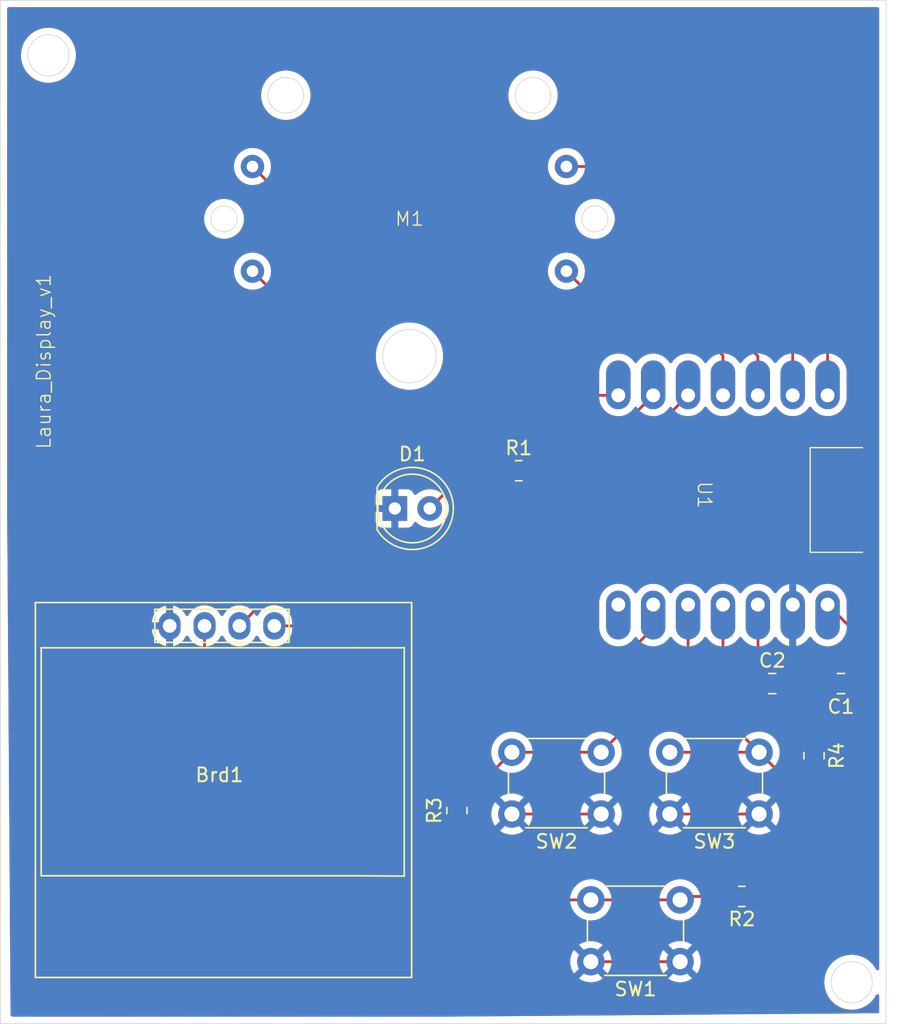
<source format=kicad_pcb>
(kicad_pcb (version 20240108) (generator "pcbnew") (generator_version "8.0")
  (layers (0 "F.Cu" signal) (31 "B.Cu" signal) (34 "B.Paste" user) (35 "F.Paste" user) (36 "B.SilkS" user "B.Silkscreen") (37 "F.SilkS" user "F.Silkscreen") (38 "B.Mask" user) (39 "F.Mask" user) (44 "Edge.Cuts" user))
  (net 0 "")
  (net 1 "/SSD_SCL")
  (net 2 "Net-(U1-GPIO43_TX_D6)")
  (net 3 "GND")
  (net 4 "/SSD_SDA")
  (net 5 "/BT1")
  (net 6 "Net-(D1-A)")
  (net 7 "/SM_2")
  (net 8 "/SM_4")
  (net 9 "/SM_1")
  (net 10 "/SM_3")
  (net 12 "/Reset")
  (net 13 "/plus")
  (net 14 "/minus")
  (net 15 "/3.3V")
  (footprint "LED_THT:LED_D5.0mm" (layer "F.Cu") (at 101.975 86)
    (property "Reference" "D1" (at 1.27 -3.96 0) (layer "F.SilkS"))
    (property "Value" "LED")
    (fp_line (start -1.29 -1.545) (end -1.29 1.545) (stroke (width 0.12)) (layer "F.SilkS"))
    (fp_arc (start -1.29 -1.54483) (mid 2.071756 -2.880501) (end 4.26 -0.000048) (stroke (width 0.12)) (layer "F.SilkS"))
    (fp_arc (start 4.26 0.000048) (mid 2.071756 2.880501) (end -1.29 1.54483) (stroke (width 0.12)) (layer "F.SilkS"))
    (fp_circle (center 1.27 0) (end 3.77 0) (stroke (width 0.12)) (fill none) (layer "F.SilkS"))
    (pad "1" thru_hole rect (at 0 0) (size 1.8 1.8) (drill 0.9) (layers "*.Cu" "*.Mask") (net 3 "GND"))
    (pad "2" thru_hole circle (at 2.54 0) (size 1.8 1.8) (drill 0.9) (layers "*.Cu" "*.Mask") (net 6 "Net-(D1-A)"))
  )
  (footprint "Resistor_SMD:R_0805_2012Metric_Pad1.20x1.40mm_HandSolder" (layer "F.Cu") (at 132.5 104 -90)
    (property "Reference" "R4" (at 0 -1.65 90) (layer "F.SilkS"))
    (property "Value" "R")
    (fp_line (start -0.227064 0.735) (end 0.227064 0.735) (stroke (width 0.12)) (layer "F.SilkS"))
    (fp_line (start -0.227064 -0.735) (end 0.227064 -0.735) (stroke (width 0.12)) (layer "F.SilkS"))
    (pad "1" smd roundrect (at -1 0 270) (size 1.2 1.4) (layers "F.Cu" "F.Paste" "F.Mask") (roundrect_rratio 0.208333) (net 15 "/3.3V"))
    (pad "2" smd roundrect (at 1 0 270) (size 1.2 1.4) (layers "F.Cu" "F.Paste" "F.Mask") (roundrect_rratio 0.208333) (net 14 "/minus"))
  )
  (footprint "Stepper Motor:x27_stepper_two_holes" (layer "F.Cu") (at 100.5 54.75 180)
    (property "Reference" "M1" (at -2.54 -10.16 0) (layer "F.SilkS") (effects (font (thickness 0.1))))
    (property "Value" "Stepper_Motor_bipolar")
    (fp_circle (center 10.96 -10.16) (end 11.91 -10.16) (stroke (width 0.05)) (fill none) (layer "Edge.Cuts"))
    (fp_circle (center 6.46 -1.16) (end 7.76 -1.16) (stroke (width 0.05)) (fill none) (layer "Edge.Cuts"))
    (fp_circle (center -2.54 -20.16) (end -0.59 -20.16) (stroke (width 0.05)) (fill none) (layer "Edge.Cuts"))
    (fp_circle (center -11.54 -1.16) (end -10.24 -1.16) (stroke (width 0.05)) (fill none) (layer "Edge.Cuts"))
    (fp_circle (center -16.04 -10.16) (end -15.09 -10.16) (stroke (width 0.05)) (fill none) (layer "Edge.Cuts"))
    (pad "1" thru_hole circle (at 8.89 -13.97 180) (size 1.7 1.7) (drill 0.85) (layers "*.Cu" "*.Mask") (net 9 "/SM_1"))
    (pad "2" thru_hole circle (at 8.89 -6.35 180) (size 1.7 1.7) (drill 0.85) (layers "*.Cu" "*.Mask") (net 7 "/SM_2"))
    (pad "3" thru_hole circle (at -13.97 -13.97 180) (size 1.7 1.7) (drill 0.85) (layers "*.Cu" "*.Mask") (net 10 "/SM_3"))
    (pad "4" thru_hole circle (at -13.97 -6.35 180) (size 1.7 1.7) (drill 0.85) (layers "*.Cu" "*.Mask") (net 8 "/SM_4"))
  )
  (footprint "Resistor_SMD:R_0805_2012Metric_Pad1.20x1.40mm_HandSolder" (layer "F.Cu") (at 127.25 114.25 180)
    (property "Reference" "R2" (at 0 -1.65 0) (layer "F.SilkS"))
    (property "Value" "R")
    (fp_line (start -0.227064 0.735) (end 0.227064 0.735) (stroke (width 0.12)) (layer "F.SilkS"))
    (fp_line (start -0.227064 -0.735) (end 0.227064 -0.735) (stroke (width 0.12)) (layer "F.SilkS"))
    (pad "1" smd roundrect (at -1 0 180) (size 1.2 1.4) (layers "F.Cu" "F.Paste" "F.Mask") (roundrect_rratio 0.208333) (net 15 "/3.3V"))
    (pad "2" smd roundrect (at 1 0 180) (size 1.2 1.4) (layers "F.Cu" "F.Paste" "F.Mask") (roundrect_rratio 0.208333) (net 12 "/Reset"))
  )
  (footprint "Button_Switch_THT:SW_PUSH_6mm" (layer "F.Cu") (at 117 108.25 180)
    (property "Reference" "SW2" (at 3.25 -2 0) (layer "F.SilkS"))
    (property "Value" "SW_Push")
    (fp_line (start 6.75 3) (end 6.75 1.5) (stroke (width 0.12)) (layer "F.SilkS"))
    (fp_line (start 5.5 -1) (end 1 -1) (stroke (width 0.12)) (layer "F.SilkS"))
    (fp_line (start 1 5.5) (end 5.5 5.5) (stroke (width 0.12)) (layer "F.SilkS"))
    (fp_line (start -0.25 1.5) (end -0.25 3) (stroke (width 0.12)) (layer "F.SilkS"))
    (pad "1" thru_hole circle (at 0 0 270) (size 2 2) (drill 1.1) (layers "*.Cu" "*.Mask") (net 3 "GND"))
    (pad "1" thru_hole circle (at 6.5 0 270) (size 2 2) (drill 1.1) (layers "*.Cu" "*.Mask") (net 3 "GND"))
    (pad "2" thru_hole circle (at 0 4.5 270) (size 2 2) (drill 1.1) (layers "*.Cu" "*.Mask") (net 13 "/plus"))
    (pad "2" thru_hole circle (at 6.5 4.5 270) (size 2 2) (drill 1.1) (layers "*.Cu" "*.Mask") (net 13 "/plus"))
  )
  (footprint "Resistor_SMD:R_0805_2012Metric_Pad1.20x1.40mm_HandSolder" (layer "F.Cu") (at 111 83.25)
    (property "Reference" "R1" (at 0 -1.65 0) (layer "F.SilkS"))
    (property "Value" "R")
    (fp_line (start -0.227064 -0.735) (end 0.227064 -0.735) (stroke (width 0.12)) (layer "F.SilkS"))
    (fp_line (start -0.227064 0.735) (end 0.227064 0.735) (stroke (width 0.12)) (layer "F.SilkS"))
    (pad "1" smd roundrect (at -1 0) (size 1.2 1.4) (layers "F.Cu" "F.Paste" "F.Mask") (roundrect_rratio 0.208333) (net 6 "Net-(D1-A)"))
    (pad "2" smd roundrect (at 1 0) (size 1.2 1.4) (layers "F.Cu" "F.Paste" "F.Mask") (roundrect_rratio 0.208333) (net 2 "Net-(U1-GPIO43_TX_D6)"))
  )
  (footprint "SSD1306:128x64OLED" (layer "F.Cu") (at 89.2 105.15)
    (property "Reference" "Brd1" (at 0 0.254 0) (layer "F.SilkS"))
    (property "Value" "SSD1306")
    (fp_line (start -13.4 -12.3) (end 14 -12.3) (stroke (width 0.12)) (layer "F.SilkS"))
    (fp_line (start -13.4 15) (end -13.4 -12.3) (stroke (width 0.12)) (layer "F.SilkS"))
    (fp_line (start -12.978 -9.005) (end 10.122 -9.005) (stroke (width 0.12)) (layer "F.SilkS"))
    (fp_line (start -12.978 7.595) (end -12.978 -9.005) (stroke (width 0.12)) (layer "F.SilkS"))
    (fp_line (start -4.699 -11.811) (end -4.699 -9.398) (stroke (width 0.12)) (layer "F.SilkS"))
    (fp_line (start -4.699 -11.811) (end 5.08 -11.811) (stroke (width 0.12)) (layer "F.SilkS"))
    (fp_line (start 5.08 -11.811) (end 5.08 -9.398) (stroke (width 0.12)) (layer "F.SilkS"))
    (fp_line (start 5.08 -9.398) (end -4.699 -9.398) (stroke (width 0.12)) (layer "F.SilkS"))
    (fp_line (start 10.122 -9.005) (end 13.208 -9.005) (stroke (width 0.12)) (layer "F.SilkS"))
    (fp_line (start 10.122 7.595) (end -12.978 7.595) (stroke (width 0.12)) (layer "F.SilkS"))
    (fp_line (start 10.122 7.595) (end 13.462 7.62) (stroke (width 0.12)) (layer "F.SilkS"))
    (fp_line (start 13.462 -9.017) (end 13.208 -9.005) (stroke (width 0.12)) (layer "F.SilkS"))
    (fp_line (start 13.462 7.62) (end 13.462 -9.017) (stroke (width 0.12)) (layer "F.SilkS"))
    (fp_line (start 14 -12.3) (end 14 15) (stroke (width 0.12)) (layer "F.SilkS"))
    (fp_line (start 14 15) (end -13.4 15) (stroke (width 0.12)) (layer "F.SilkS"))
    (pad "1" thru_hole oval (at -3.62 -10.6 90) (size 2 1.6) (drill 1) (layers "*.Cu" "*.Mask") (net 3 "GND"))
    (pad "2" thru_hole oval (at -1.08 -10.6 90) (size 2 1.6) (drill 1) (layers "*.Cu" "*.Mask") (net 15 "/3.3V"))
    (pad "3" thru_hole oval (at 1.46 -10.6 90) (size 2 1.6) (drill 1) (layers "*.Cu" "*.Mask") (net 1 "/SSD_SCL"))
    (pad "4" thru_hole oval (at 4 -10.6 90) (size 2 1.6) (drill 1) (layers "*.Cu" "*.Mask") (net 4 "/SSD_SDA"))
  )
  (footprint "Resistor_SMD:R_0805_2012Metric_Pad1.20x1.40mm_HandSolder" (layer "F.Cu") (at 106.5 108 90)
    (property "Reference" "R3" (at 0 -1.65 90) (layer "F.SilkS"))
    (property "Value" "R")
    (fp_line (start -0.227064 -0.735) (end 0.227064 -0.735) (stroke (width 0.12)) (layer "F.SilkS"))
    (fp_line (start -0.227064 0.735) (end 0.227064 0.735) (stroke (width 0.12)) (layer "F.SilkS"))
    (pad "1" smd roundrect (at -1 0 90) (size 1.2 1.4) (layers "F.Cu" "F.Paste" "F.Mask") (roundrect_rratio 0.208333) (net 15 "/3.3V"))
    (pad "2" smd roundrect (at 1 0 90) (size 1.2 1.4) (layers "F.Cu" "F.Paste" "F.Mask") (roundrect_rratio 0.208333) (net 13 "/plus"))
  )
  (footprint "Button_Switch_THT:SW_PUSH_6mm" (layer "F.Cu") (at 122.75 119 180)
    (property "Reference" "SW1" (at 3.25 -2 0) (layer "F.SilkS"))
    (property "Value" "SW_Push")
    (fp_line (start 6.75 3) (end 6.75 1.5) (stroke (width 0.12)) (layer "F.SilkS"))
    (fp_line (start 5.5 -1) (end 1 -1) (stroke (width 0.12)) (layer "F.SilkS"))
    (fp_line (start 1 5.5) (end 5.5 5.5) (stroke (width 0.12)) (layer "F.SilkS"))
    (fp_line (start -0.25 1.5) (end -0.25 3) (stroke (width 0.12)) (layer "F.SilkS"))
    (pad "1" thru_hole circle (at 0 0 270) (size 2 2) (drill 1.1) (layers "*.Cu" "*.Mask") (net 3 "GND"))
    (pad "1" thru_hole circle (at 6.5 0 270) (size 2 2) (drill 1.1) (layers "*.Cu" "*.Mask") (net 3 "GND"))
    (pad "2" thru_hole circle (at 0 4.5 270) (size 2 2) (drill 1.1) (layers "*.Cu" "*.Mask") (net 12 "/Reset"))
    (pad "2" thru_hole circle (at 6.5 4.5 270) (size 2 2) (drill 1.1) (layers "*.Cu" "*.Mask") (net 12 "/Reset"))
  )
  (footprint "ESP32c3:XIAO_ESP32_SENSE" (layer "F.Cu") (at 125.87 85.38 -90)
    (property "Reference" "U1" (at -0.37 1.33 -90) (layer "F.SilkS") (effects (font (thickness 0.1))))
    (property "Value" "~")
    (fp_line (start -3.81 -6.35) (end 3.81 -6.35) (stroke (width 0.1)) (layer "F.SilkS"))
    (fp_line (start 3.81 -6.35) (end 3.81 -10.16) (stroke (width 0.1)) (layer "F.SilkS"))
    (fp_line (start -3.81 -10.16) (end -3.81 -6.35) (stroke (width 0.1)) (layer "F.SilkS"))
    (pad "1" thru_hole oval (at -7.62 -7.62 270) (size 3.556 1.778) (drill 1.016 (offset -0.762 0)) (layers "*.Cu" "*.Mask") (net 8 "/SM_4"))
    (pad "2" thru_hole oval (at -7.62 -5.08 270) (size 3.556 1.778) (drill 1.016 (offset -0.762 0)) (layers "*.Cu" "*.Mask") (net 7 "/SM_2"))
    (pad "3" thru_hole oval (at -7.62 -2.54 270) (size 3.556 1.778) (drill 1.016 (offset -0.762 0)) (layers "*.Cu" "*.Mask") (net 10 "/SM_3"))
    (pad "4" thru_hole oval (at -7.62 0 270) (size 3.556 1.778) (drill 1.016 (offset -0.762 0)) (layers "*.Cu" "*.Mask") (net 9 "/SM_1"))
    (pad "5" thru_hole oval (at -7.62 2.54 270) (size 3.556 1.778) (drill 1.016 (offset -0.762 0)) (layers "*.Cu" "*.Mask") (net 4 "/SSD_SDA"))
    (pad "6" thru_hole oval (at -7.62 5.08 270) (size 3.556 1.778) (drill 1.016 (offset -0.762 0)) (layers "*.Cu" "*.Mask") (net 1 "/SSD_SCL"))
    (pad "7" thru_hole oval (at -7.62 7.62 270) (size 3.556 1.778) (drill 1.016 (offset -0.762 0)) (layers "*.Cu" "*.Mask") (net 2 "Net-(U1-GPIO43_TX_D6)"))
    (pad "8" thru_hole oval (at 7.62 -7.62 270) (size 3.556 1.778) (drill 1.016 (offset 0.762 0)) (layers "*.Cu" "*.Mask") (net 5 "/BT1"))
    (pad "9" thru_hole oval (at 7.62 -5.08 270) (size 3.556 1.778) (drill 1.016 (offset 0.762 0)) (layers "*.Cu" "*.Mask") (net 3 "GND"))
    (pad "10" thru_hole oval (at 7.62 -2.54 270) (size 3.556 1.778) (drill 1.016 (offset 0.762 0)) (layers "*.Cu" "*.Mask") (net 15 "/3.3V"))
    (pad "11" thru_hole oval (at 7.62 0 270) (size 3.556 1.778) (drill 1.016 (offset 0.762 0)) (layers "*.Cu" "*.Mask") (net 14 "/minus"))
    (pad "12" thru_hole oval (at 7.62 2.54 270) (size 3.556 1.778) (drill 1.016 (offset 0.762 0)) (layers "*.Cu" "*.Mask") (net 13 "/plus"))
    (pad "13" thru_hole oval (at 7.62 5.08 270) (size 3.556 1.778) (drill 1.016 (offset 0.762 0)) (layers "*.Cu" "*.Mask") (net 12 "/Reset"))
    (pad "14" thru_hole oval (at 7.62 7.62 270) (size 3.556 1.778) (drill 1.016 (offset 0.762 0)) (layers "*.Cu" "*.Mask"))
  )
  (footprint "Capacitor_SMD:C_0805_2012Metric_Pad1.18x1.45mm_HandSolder" (layer "F.Cu") (at 134.4625 98.75 180)
    (property "Reference" "C1" (at 0 -1.68 0) (layer "F.SilkS"))
    (property "Value" "C")
    (fp_line (start -0.261252 0.735) (end 0.261252 0.735) (stroke (width 0.12)) (layer "F.SilkS"))
    (fp_line (start -0.261252 -0.735) (end 0.261252 -0.735) (stroke (width 0.12)) (layer "F.SilkS"))
    (pad "1" smd roundrect (at -1.0375 0 180) (size 1.175 1.45) (layers "F.Cu" "F.Paste" "F.Mask") (roundrect_rratio 0.212766) (net 5 "/BT1"))
    (pad "2" smd roundrect (at 1.0375 0 180) (size 1.175 1.45) (layers "F.Cu" "F.Paste" "F.Mask") (roundrect_rratio 0.212766) (net 3 "GND"))
  )
  (footprint "Button_Switch_THT:SW_PUSH_6mm" (layer "F.Cu") (at 128.5 108.25 180)
    (property "Reference" "SW3" (at 3.25 -2 0) (layer "F.SilkS"))
    (property "Value" "SW_Push")
    (fp_line (start 6.75 3) (end 6.75 1.5) (stroke (width 0.12)) (layer "F.SilkS"))
    (fp_line (start 5.5 -1) (end 1 -1) (stroke (width 0.12)) (layer "F.SilkS"))
    (fp_line (start 1 5.5) (end 5.5 5.5) (stroke (width 0.12)) (layer "F.SilkS"))
    (fp_line (start -0.25 1.5) (end -0.25 3) (stroke (width 0.12)) (layer "F.SilkS"))
    (pad "1" thru_hole circle (at 0 0 270) (size 2 2) (drill 1.1) (layers "*.Cu" "*.Mask") (net 3 "GND"))
    (pad "1" thru_hole circle (at 6.5 0 270) (size 2 2) (drill 1.1) (layers "*.Cu" "*.Mask") (net 3 "GND"))
    (pad "2" thru_hole circle (at 0 4.5 270) (size 2 2) (drill 1.1) (layers "*.Cu" "*.Mask") (net 14 "/minus"))
    (pad "2" thru_hole circle (at 6.5 4.5 270) (size 2 2) (drill 1.1) (layers "*.Cu" "*.Mask") (net 14 "/minus"))
  )
  (footprint "Capacitor_SMD:C_0805_2012Metric_Pad1.18x1.45mm_HandSolder" (layer "F.Cu") (at 129.4625 98.75)
    (property "Reference" "C2" (at 0 -1.68 0) (layer "F.SilkS"))
    (property "Value" "C")
    (fp_line (start -0.261252 -0.735) (end 0.261252 -0.735) (stroke (width 0.12)) (layer "F.SilkS"))
    (fp_line (start -0.261252 0.735) (end 0.261252 0.735) (stroke (width 0.12)) (layer "F.SilkS"))
    (pad "1" smd roundrect (at -1.0375 0) (size 1.175 1.45) (layers "F.Cu" "F.Paste" "F.Mask") (roundrect_rratio 0.212766) (net 15 "/3.3V"))
    (pad "2" smd roundrect (at 1.0375 0) (size 1.175 1.45) (layers "F.Cu" "F.Paste" "F.Mask") (roundrect_rratio 0.212766) (net 3 "GND"))
  )
  (gr_circle (center 76.75 53) (end 78.25 53) (stroke (width 0.05)) (fill none) (layer "Edge.Cuts"))
  (gr_rect (start 73.25 49) (end 137.75 123.5) (stroke (width 0.05)) (fill none) (layer "Edge.Cuts"))
  (gr_circle (center 135.25 120.5) (end 136.75 120.5) (stroke (width 0.05)) (fill none) (layer "Edge.Cuts"))
  (gr_text "Laura_Display_v1" (at 77 81.75 90) (layer "F.SilkS") (effects (font (size 1 1) (thickness 0.1)) (justify left bottom)))
  (segment (start 93.21 92) (end 106.55 92) (width 0.2) (layer "F.Cu") (net 1))
  (segment (start 90.66 94.55) (end 93.21 92) (width 0.2) (layer "F.Cu") (net 1))
  (segment (start 106.55 92) (end 120.79 77.76) (width 0.2) (layer "F.Cu") (net 1))
  (segment (start 116.79 77.76) (end 118.25 77.76) (width 0.2) (layer "F.Cu") (net 2))
  (segment (start 112 82.55) (end 116.79 77.76) (width 0.2) (layer "F.Cu") (net 2))
  (segment (start 112 83.25) (end 112 82.55) (width 0.2) (layer "F.Cu") (net 2))
  (segment (start 110.5 108.25) (end 117 108.25) (width 0.2) (layer "F.Cu") (net 3))
  (segment (start 122 108.25) (end 128.5 108.25) (width 0.2) (layer "F.Cu") (net 3))
  (segment (start 116.25 119) (end 122.75 119) (width 0.2) (layer "F.Cu") (net 3))
  (segment (start 93.2 94.55) (end 106.54 94.55) (width 0.2) (layer "F.Cu") (net 4))
  (segment (start 106.54 94.55) (end 123.33 77.76) (width 0.2) (layer "F.Cu") (net 4))
  (segment (start 135.5 95.01) (end 133.49 93) (width 0.2) (layer "F.Cu") (net 5))
  (segment (start 135.5 98.75) (end 135.5 95.01) (width 0.2) (layer "F.Cu") (net 5))
  (segment (start 104.515 86) (end 107.265 83.25) (width 0.2) (layer "F.Cu") (net 6))
  (segment (start 107.265 83.25) (end 110 83.25) (width 0.2) (layer "F.Cu") (net 6))
  (segment (start 91.61 61.1) (end 96.978566 66.468566) (width 0.2) (layer "F.Cu") (net 7))
  (segment (start 91.6 61.1) (end 91.5 61) (width 0.2) (layer "F.Cu") (net 7))
  (segment (start 122.718566 66.468566) (end 130.95 74.7) (width 0.2) (layer "F.Cu") (net 7))
  (segment (start 91.61 61.1) (end 91.6 61.1) (width 0.2) (layer "F.Cu") (net 7))
  (segment (start 130.95 74.7) (end 130.95 77.76) (width 0.2) (layer "F.Cu") (net 7))
  (segment (start 96.978566 66.468566) (end 122.718566 66.468566) (width 0.2) (layer "F.Cu") (net 7))
  (segment (start 121.6 61.1) (end 133.5 73) (width 0.2) (layer "F.Cu") (net 8))
  (segment (start 114.47 61.03) (end 114.47 61.1) (width 0.2) (layer "F.Cu") (net 8))
  (segment (start 133.49 73.01) (end 133.49 77.76) (width 0.2) (layer "F.Cu") (net 8))
  (segment (start 114.47 61.03) (end 114.5 61) (width 0.2) (layer "F.Cu") (net 8))
  (segment (start 133.5 73) (end 133.49 73.01) (width 0.2) (layer "F.Cu") (net 8))
  (segment (start 114.47 61.1) (end 121.6 61.1) (width 0.2) (layer "F.Cu") (net 8))
  (segment (start 125.87 74.87) (end 123.357484 72.357484) (width 0.2) (layer "F.Cu") (net 9))
  (segment (start 125.87 77.76) (end 125.87 74.87) (width 0.2) (layer "F.Cu") (net 9))
  (segment (start 123.357484 72.357484) (end 95.247484 72.357484) (width 0.2) (layer "F.Cu") (net 9))
  (segment (start 95.247484 72.357484) (end 91.61 68.72) (width 0.2) (layer "F.Cu") (net 9))
  (segment (start 128.41 74.91) (end 128.41 77.76) (width 0.2) (layer "F.Cu") (net 10))
  (segment (start 116.75 71) (end 124.5 71) (width 0.2) (layer "F.Cu") (net 10))
  (segment (start 114.47 68.72) (end 116.75 71) (width 0.2) (layer "F.Cu") (net 10))
  (segment (start 124.5 71) (end 128.41 74.91) (width 0.2) (layer "F.Cu") (net 10))
  (segment (start 116.25 99.25) (end 120.79 94.71) (width 0.2) (layer "F.Cu") (net 12))
  (segment (start 103.75 102.5) (end 107 99.25) (width 0.2) (layer "F.Cu") (net 12))
  (segment (start 123 114.25) (end 122.75 114.5) (width 0.2) (layer "F.Cu") (net 12))
  (segment (start 120.79 94.71) (end 120.79 93) (width 0.2) (layer "F.Cu") (net 12))
  (segment (start 108 114.5) (end 103.75 110.25) (width 0.2) (layer "F.Cu") (net 12))
  (segment (start 116.25 114.5) (end 122.75 114.5) (width 0.2) (layer "F.Cu") (net 12))
  (segment (start 107 99.25) (end 116.25 99.25) (width 0.2) (layer "F.Cu") (net 12))
  (segment (start 116.25 114.5) (end 108 114.5) (width 0.2) (layer "F.Cu") (net 12))
  (segment (start 103.75 110.25) (end 103.75 102.5) (width 0.2) (layer "F.Cu") (net 12))
  (segment (start 126.25 114.25) (end 123 114.25) (width 0.2) (layer "F.Cu") (net 12))
  (segment (start 106.5 107) (end 107.25 107) (width 0.2) (layer "F.Cu") (net 13))
  (segment (start 117 103.75) (end 123.33 97.42) (width 0.2) (layer "F.Cu") (net 13))
  (segment (start 110.5 103.75) (end 117 103.75) (width 0.2) (layer "F.Cu") (net 13))
  (segment (start 105.75 107.5) (end 106.75 107.5) (width 0.2) (layer "F.Cu") (net 13))
  (segment (start 107.25 107) (end 110.5 103.75) (width 0.2) (layer "F.Cu") (net 13))
  (segment (start 123.33 97.42) (end 123.33 93) (width 0.2) (layer "F.Cu") (net 13))
  (segment (start 132.5 105) (end 129.75 105) (width 0.2) (layer "F.Cu") (net 14))
  (segment (start 125.87 101.12) (end 125.87 93) (width 0.2) (layer "F.Cu") (net 14))
  (segment (start 122 103.75) (end 128.5 103.75) (width 0.2) (layer "F.Cu") (net 14))
  (segment (start 128.5 103.75) (end 125.87 101.12) (width 0.2) (layer "F.Cu") (net 14))
  (segment (start 129.75 105) (end 128.5 103.75) (width 0.2) (layer "F.Cu") (net 14))
  (segment (start 135.5 116.5) (end 135.5 107.5) (width 0.2) (layer "F.Cu") (net 15))
  (segment (start 135.5 107.5) (end 135.5 104.25) (width 0.2) (layer "F.Cu") (net 15))
  (segment (start 128.425 98.75) (end 128.425 98.925) (width 0.2) (layer "F.Cu") (net 15))
  (segment (start 88.12 94.55) (end 88.12 104.87) (width 0.2) (layer "F.Cu") (net 15))
  (segment (start 134.25 103) (end 132.5 103) (width 0.2) (layer "F.Cu") (net 15))
  (segment (start 128.425 98.75) (end 128.425 93.015) (width 0.2) (layer "F.Cu") (net 15))
  (segment (start 132.25 111.25) (end 135.5 108) (width 0.2) (layer "F.Cu") (net 15))
  (segment (start 105.25 122) (end 130 122) (width 0.2) (layer "F.Cu") (net 15))
  (segment (start 135.5 104.25) (end 134.25 103) (width 0.2) (layer "F.Cu") (net 15))
  (segment (start 129.25 114.25) (end 132.25 111.25) (width 0.2) (layer "F.Cu") (net 15))
  (segment (start 128.425 98.925) (end 132.5 103) (width 0.2) (layer "F.Cu") (net 15))
  (segment (start 135.5 108) (end 135.5 107.5) (width 0.2) (layer "F.Cu") (net 15))
  (segment (start 106.5 109) (end 108.75 111.25) (width 0.2) (layer "F.Cu") (net 15))
  (segment (start 108.75 111.25) (end 132.25 111.25) (width 0.2) (layer "F.Cu") (net 15))
  (segment (start 130 122) (end 135.5 116.5) (width 0.2) (layer "F.Cu") (net 15))
  (segment (start 88.12 104.87) (end 105.25 122) (width 0.2) (layer "F.Cu") (net 15))
  (segment (start 128.25 114.25) (end 129.25 114.25) (width 0.2) (layer "F.Cu") (net 15))
  (segment (start 128.425 93.015) (end 128.41 93) (width 0.2) (layer "F.Cu") (net 15))
  (zone (net 3) (net_name "GND") (layers "F&B.Cu") (connect_pads (clearance 0.5)) (min_thickness 0.25) (fill yes (thermal_gap 0.5) (thermal_bridge_width 0.5) (island_removal_mode 1) (island_area_min 10))
    (polygon (pts (xy 74 123.25) (xy 137.5 122.75) (xy 137.25 49.5) (xy 73.5 49.25)))
  )
  (zone (net 3) (net_name "GND") (layer "B.Cu") (priority 1) (connect_pads (clearance 0.5)) (min_thickness 0.25) (fill yes (thermal_gap 0.5) (thermal_bridge_width 0.5) (island_removal_mode 1) (island_area_min 10))
    (polygon (pts (xy 74 123) (xy 137.25 122.5) (xy 137.25 49.5) (xy 73.75 49.5)))
  )
)
</source>
